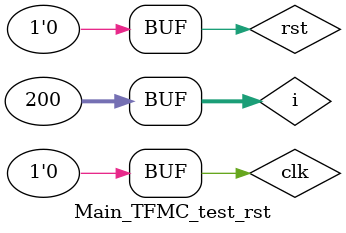
<source format=v>
module Main_TFMC_test_rst;

reg clk, rst;
reg reset_button, sensor_t;
reg [7:0] DATA_inm;
wire state_cmpm;
wire [3:0] return_state;
reg [3:0] state_test, sub_state_test;
reg [1:0] state_rst;
reg [3:0] j;
integer i;

Main_TFMC maint(.clkm(clk), .rstm(rst), .reset_button(reset_button), .sensor_t(sensor_t), .DATA_inm(DATA_inm), .state_cmpm(state_cmpm), .return_state(return_state));

initial
	begin
	     clk = 0;
	     rst = 1; 
	#10  clk = 1;
	     rst = 0;	
	     j = 3'b000;
	     state_rst = 2'b00;
	     state_test = 4'b0000;
	     sub_state_test = 4'b0000;
	end

always begin
for(i=0;i<200;i=i+1) begin
	#10 clk = 1;
	#10 clk = 0;
	end
end

always @(posedge clk) begin
case (state_rst)
2'b00 : begin
	case(state_test)
	4'b0000 : begin								// for testing state 1 
	  	  case(sub_state_test)
	  	  4'b0000 : begin
			    DATA_inm = 8'b0001_0000;
			    sub_state_test = sub_state_test + 1;
		    	    end
	  	  4'b0001 : begin
			    //reset_button = 1;					// user press the reset button in state 1 
			    DATA_inm = 8'b0000_0000;
			    sub_state_test = sub_state_test + 1;
		    	    end
		  4'b0010 : begin
			    //reset_button = 0;					// clear the reset button signal
			    if(state_cmpm == 1) begin
				    state_test = state_test + 1;
				    sub_state_test = 0;
			  	    end
			    end
	 	  endcase
	 	  end
	4'b0001 : begin								// for testing state 2
		  if(state_cmpm == 1)
		  	  state_test = state_test + 1;
		  end
	4'b0010 : begin								// for testing state 3
		  case(sub_state_test)
		  4'b0000 : begin
			    DATA_inm = 8'b0000_1000;				// insert 10 bath
			    sub_state_test = sub_state_test + 1;
			    end
		  4'b0001 : begin
			    if(j == 2)
				    reset_button = 1;				// user press the button in state 3 after they insert coin 2 times	
			    DATA_inm = 8'b0000_0000;
			    sub_state_test = sub_state_test + 1;
			    j = j + 1;
			    end
		  4'b0010 : begin
			    if(reset_button == 1) begin
			    	    reset_button = 0;
			    	    state_rst = 2'b01;
				    state_test = 4'b0000;
				    sub_state_test = 4'b0000;
				    end
			    if(state_cmpm == 1) begin
				    state_test = state_test + 1;
				    sub_state_test = 0;
			  	    end
			    end
		  endcase
		  end
	4'b0011 : begin								// for testing state 4
		  if(state_cmpm == 1)
		  	  state_test = state_test + 1;
		  end
	4'b0100 : begin								// for testing state 5
		  if(state_cmpm == 1)
		  	  state_test = state_test + 1;
		  end
	4'b0101 : begin								// for testing state 6
		  case(sub_state_test)
		  4'b0000 : begin
			    if(state_cmpm == 1) 			
			    	    sub_state_test = sub_state_test + 1;
			    end
		  4'b0001 : begin
			    if(return_state == 4'b0001)
				    state_test = 4'b0001;
			    else begin
				    if(return_state == 4'b0110)
				    	    state_test = 4'b0110;
				    else
					    state_test = 4'b0111;
				    end
			    sub_state_test = 0;
			    end
		  endcase
		  end
	4'b0110 : begin								// for testing state 7
		  if(state_cmpm == 1)
		  	  state_test = state_test + 1;
		  end
	4'b0111 : begin								// for testing state 8
		  if(state_cmpm == 1)
		  	  state_test = state_test + 1;
		  end
	4'b1000 : begin								// for testing state 9
		  case(sub_state_test)
		  4'b0000 : begin		
			    sub_state_test = sub_state_test + 1;
			    end
		  4'b0001 : begin	
			    sub_state_test = sub_state_test + 1;	
			    end
		  4'b0010 : begin	
			    sensor_t = 1;	
			    sub_state_test = sub_state_test + 1;
			    end
		  4'b0011 : begin	
			    sensor_t = 0;	
			    if(state_cmpm == 1) begin
				    state_test = state_test + 1;
				    sub_state_test = 0;
			  	    end
			    end
		  endcase
		  end
	4'b1001 : begin								// for testing state 10
		  if(state_cmpm == 1)
		  	  state_test = 4'b0000;
		  end
	endcase
	end
2'b01 : begin
	case (state_test)
	4'b0000 : begin
		  if(return_state == 4'b0000)
			  state_test = state_test + 1;
		  end
	4'b0001 : begin
		  if(state_cmpm == 1) begin
			  state_rst = 2'b10;
			  state_test = 0;
		  	  end
		
		  end
	endcase
	end
2'b10 : begin
	case(state_test)
	4'b0000 : begin								// for testing state 1 
	  	  case(sub_state_test)
	  	  4'b0000 : begin
			    DATA_inm = 8'b0001_0000;
			    sub_state_test = sub_state_test + 1;
		    	    end
	  	  4'b0001 : begin 
			    DATA_inm = 8'b0000_0000;
			    sub_state_test = sub_state_test + 1;
		    	    end
		  4'b0010 : begin
			    if(state_cmpm == 1) begin
				    state_test = state_test + 1;
				    sub_state_test = 0;
			  	    end
			    end
	 	  endcase
	 	  end
	4'b0001 : begin								// for testing state 2
		  if(state_cmpm == 1)
		  	  state_test = state_test + 1;
		  end
	4'b0010 : begin								// for testing state 3
		  case(sub_state_test)
		  4'b0000 : begin
			    DATA_inm = 8'b0000_1000;				// insert 10 bath
			    sub_state_test = sub_state_test + 1;
			    end
		  4'b0001 : begin
			    DATA_inm = 8'b0000_0000;
			    sub_state_test = sub_state_test + 1;
			    end
		  4'b0010 : begin
			    reset_button = 0;
			    if(state_cmpm == 1) begin
				    state_test = state_test + 1;
				    sub_state_test = 0;
			  	    end
			    end
		  endcase
		  end
	4'b0011 : begin								// for testing state 4
		  if(state_cmpm == 1)
		  	  state_test = state_test + 1;
		  end
	4'b0100 : begin								// for testing state 5
		  if(state_cmpm == 1)
		  	  state_test = state_test + 1;
		  end
	4'b0101 : begin								// for testing state 6
		  case(sub_state_test)
		  4'b0000 : begin
			    if(state_cmpm == 1) 			
			    	    sub_state_test = sub_state_test + 1;
			    end
		  4'b0001 : begin
			    if(return_state == 4'b0001)
				    state_test = 4'b0001;
			    else begin
				    if(return_state == 4'b0110)
				    	    state_test = 4'b0110;
				    else
					    state_test = 4'b0111;
				    end
			    sub_state_test = 0;
			    end
		  endcase
		  end
	4'b0110 : begin								// for testing state 7
		  if(state_cmpm == 1)
		  	  state_test = state_test + 1;
		  end
	4'b0111 : begin								// for testing state 8
		  if(state_cmpm == 1)
		  	  state_test = state_test + 1;
		  end
	4'b1000 : begin								// for testing state 9
		  case(sub_state_test)
		  4'b0000 : begin		
			    sub_state_test = sub_state_test + 1;
			    end
		  4'b0001 : begin	
			    sub_state_test = sub_state_test + 1;	
			    end
		  4'b0010 : begin	
			    sensor_t = 1;	
			    sub_state_test = sub_state_test + 1;
			    end
		  4'b0011 : begin	
			    sensor_t = 0;	
			    if(state_cmpm == 1) begin
				    state_test = state_test + 1;
				    sub_state_test = 0;
			  	    end
			    end
		  endcase
		  end
	4'b1001 : begin								// for testing state 10
		  if(state_cmpm == 1) begin
		  	  state_test = 4'b0000;
			  state_rst = 2'b00;
			  end
		  end
	endcase
	end
endcase
end
endmodule

</source>
